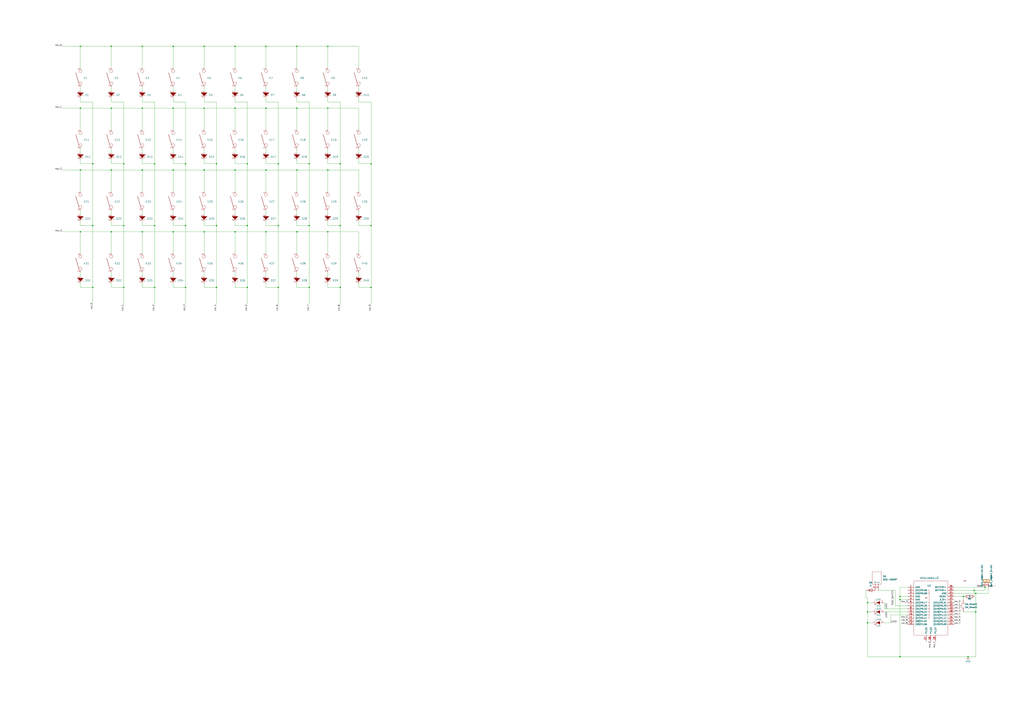
<source format=kicad_sch>
(kicad_sch (version 20211123) (generator eeschema)
  (paper "A1")
  (lib_symbols
    (symbol "B3U-3000P:B3U-3000P" (pin_names (offset 0.762))
      (property "Reference" "S" (at 16.51 7.62 0))
      (property "Value" "B3U-3000P" (at 16.51 5.08 0))
      (symbol "B3U-3000P_0_0"
        (pin passive line (at 0 -2.54 0) (length 5.08) (name "1") (number "1"))
        (pin passive line (at 0 0 0) (length 5.08) (name "2") (number "2"))
      )
      (symbol "B3U-3000P_0_1"
        (polyline (pts (xy 5.08 2.54) (xy 15.24 2.54) (xy 15.24 -5.08) (xy 5.08 -5.08) (xy 5.08 2.54)) (stroke (width 0.1524)))
      )
    )
    (symbol "Connector_Generic:Conn_01x01" (pin_names (offset 1.016) hide)
      (property "Reference" "J" (at 0 2.54 0))
      (property "Value" "Conn_01x01" (at 0 -2.54 0))
      (symbol "Conn_01x01_1_1"
        (rectangle (start -1.27 0.127) (end 0 -0.127) (stroke (width 0.1524)))
        (rectangle (start -1.27 1.27) (end 1.27 -1.27) (stroke (width 0.254)) (fill (type background)))
        (pin passive line (at -5.08 0 0) (length 3.81) (name "Pin_1") (number "1"))
      )
    )
    (symbol "Device:D" (pin_numbers hide) (pin_names (offset 1.016) hide)
      (property "Reference" "D" (at 0 2.54 0))
      (property "Value" "D" (at 0 -2.54 0))
      (symbol "D_0_1"
        (polyline (pts (xy -1.27 1.27) (xy -1.27 -1.27)) (stroke (width 0.254)))
        (polyline (pts (xy 1.27 0) (xy -1.27 0)))
        (polyline (pts (xy 1.27 1.27) (xy 1.27 -1.27) (xy -1.27 0) (xy 1.27 1.27)) (stroke (width 0.254)))
      )
      (symbol "D_1_1"
        (pin passive line (at -3.81 0 0) (length 2.54) (name "K") (number "1"))
        (pin passive line (at 3.81 0 180) (length 2.54) (name "A") (number "2"))
      )
    )
    (symbol "Device:R" (pin_numbers hide) (pin_names (offset 0))
      (property "Reference" "R" (at 2.032 0 90))
      (property "Value" "R" (at 0 0 90))
      (symbol "R_0_1"
        (rectangle (start -1.016 -2.54) (end 1.016 2.54) (stroke (width 0.254)))
      )
      (symbol "R_1_1"
        (pin passive line (at 0 3.81 270) (length 1.27) (name "~") (number "1"))
        (pin passive line (at 0 -3.81 90) (length 1.27) (name "~") (number "2"))
      )
    )
    (symbol "Switch:SW_Push" (pin_numbers hide) (pin_names (offset 1.016) hide)
      (property "Reference" "SW" (at 1.27 2.54 0))
      (property "Value" "SW_Push" (at 0 -1.524 0))
      (symbol "SW_Push_0_1"
        (circle (center -2.032 0) (radius 0.508))
        (polyline (pts (xy 0 1.27) (xy 0 3.048)))
        (polyline (pts (xy 2.54 1.27) (xy -2.54 1.27)))
        (circle (center 2.032 0) (radius 0.508))
        (pin passive line (at -5.08 0 0) (length 2.54) (name "1") (number "1"))
        (pin passive line (at 5.08 0 180) (length 2.54) (name "2") (number "2"))
      )
    )
    (symbol "keyboard_parts:D" (pin_names (offset 1.016))
      (property "Reference" "D" (at -3.81 -1.27 90))
      (symbol "D_0_1"
        (polyline (pts (xy -2.54 0) (xy 2.54 0)))
        (polyline (pts (xy 0 0) (xy -2.54 -2.54) (xy 2.54 -2.54) (xy 0 0)) (fill (type outline)))
      )
      (symbol "D_1_1"
        (pin passive line (at 0 1.27 270) (length 1.27) (name "~") (number "1"))
        (pin passive line (at 0 -3.81 90) (length 1.27) (name "~") (number "2"))
      )
    )
    (symbol "keyboard_parts:KEYSW" (pin_names (offset 1.016))
      (property "Reference" "K?" (at -1.27 0 0))
      (symbol "KEYSW_0_1"
        (circle (center -5.08 0) (radius 1.27))
        (polyline (pts (xy -5.08 1.27) (xy 3.81 3.81)) (stroke (width 0.254)))
        (circle (center 5.08 0) (radius 1.27))
      )
      (symbol "KEYSW_1_1"
        (pin passive line (at 7.62 0 180) (length 1.27) (name "~") (number "1"))
        (pin passive line (at -7.62 0 0) (length 1.27) (name "~") (number "2"))
      )
    )
    (symbol "keyboard_parts:LED" (pin_names (offset 1.016) hide)
      (property "Reference" "LED" (at 0 2.54 0))
      (property "Value" "LED" (at 0 -2.54 0))
      (symbol "LED_0_1"
        (polyline (pts (xy -1.27 1.27) (xy -1.27 -1.27)))
        (polyline (pts (xy -2.032 -0.635) (xy -3.175 -1.651) (xy -3.048 -1.016)))
        (polyline (pts (xy -1.651 -1.016) (xy -2.794 -2.032) (xy -2.667 -1.397)))
        (polyline (pts (xy 1.27 1.27) (xy -1.27 0) (xy 1.27 -1.27)) (fill (type outline)))
      )
      (symbol "LED_1_1"
        (pin passive line (at -5.08 0 0) (length 3.81) (name "K") (number "1"))
        (pin passive line (at 5.08 0 180) (length 3.81) (name "A") (number "2"))
      )
    )
    (symbol "nice_nano_v2:nice_nano_v2" (pin_names (offset 1.016))
      (property "Reference" "U" (at 0 15.24 0))
      (property "Value" "nice_nano_v2" (at 0 21.59 0))
      (symbol "nice_nano_v2_0_0"
        (polyline (pts (xy -1.27 -11.43) (xy 0 -11.43)))
        (polyline (pts (xy -1.27 -8.89) (xy 0 -8.89)))
        (polyline (pts (xy -1.27 -6.35) (xy -1.27 -6.35)))
        (polyline (pts (xy -1.27 -6.35) (xy -1.27 -6.35)))
        (polyline (pts (xy -1.27 -6.35) (xy -1.27 -6.35)))
        (polyline (pts (xy -1.27 -6.35) (xy 0 -6.35)))
        (polyline (pts (xy -1.27 -3.81) (xy 0 -3.81)))
        (polyline (pts (xy -1.27 -1.27) (xy 0 -1.27)))
        (polyline (pts (xy -1.27 1.27) (xy 0 1.27)))
        (polyline (pts (xy -1.27 8.89) (xy -1.27 8.89)))
        (polyline (pts (xy -1.27 11.43) (xy 0 11.43)))
        (polyline (pts (xy 0 -11.43) (xy 0 -11.43)))
        (polyline (pts (xy 0 -6.35) (xy 0 -6.35)))
        (polyline (pts (xy 0 -6.35) (xy 0 -6.35)))
        (polyline (pts (xy 0 8.89) (xy -1.27 8.89)))
        (polyline (pts (xy 0 8.89) (xy 0 8.89)))
        (polyline (pts (xy 0 8.89) (xy 0 8.89)))
        (polyline (pts (xy 0 11.43) (xy 0 -11.43)))
        (text "HF" (at -2.54 5.08 0) (effects (font (size 1.27 1.27))))
        (text "HF" (at 29.21 19.05 0) (effects (font (size 1.27 1.27))))
      )
      (symbol "nice_nano_v2_0_1"
        (rectangle (start -12.7 19.05) (end 15.24 -25.4))
      )
      (symbol "nice_nano_v2_1_1"
        (pin passive line (at -17.78 13.97 0) (length 5.08) (name "GND") (number "1"))
        (pin bidirectional line (at -17.78 -8.89 0) (length 5.08) (name "(D6)P1.00") (number "10"))
        (pin bidirectional line (at -17.78 -11.43 0) (length 5.08) (name "(D7)P0.11") (number "11"))
        (pin bidirectional line (at -17.78 -13.97 0) (length 5.08) (name "(D8)P1.04") (number "12"))
        (pin bidirectional line (at -17.78 -16.51 0) (length 5.08) (name "(D9)P1.06") (number "13"))
        (pin bidirectional line (at 20.32 -16.51 180) (length 5.08) (name "(D10)P0.09") (number "14"))
        (pin bidirectional line (at 20.32 -13.97 180) (length 5.08) (name "(D16)P0.10") (number "15"))
        (pin bidirectional line (at 20.32 -11.43 180) (length 5.08) (name "(D14)P1.11") (number "16"))
        (pin bidirectional line (at 20.32 -8.89 180) (length 5.08) (name "(D15)P1.13") (number "17"))
        (pin bidirectional line (at 20.32 -6.35 180) (length 5.08) (name "(D18)P1.15") (number "18"))
        (pin bidirectional line (at 20.32 -3.81 180) (length 5.08) (name "(D19)P0.02") (number "19"))
        (pin bidirectional line (at -17.78 11.43 0) (length 5.08) (name "(D1)P0.06") (number "2"))
        (pin bidirectional line (at 20.32 -1.27 180) (length 5.08) (name "(D20)P0.29") (number "20"))
        (pin bidirectional line (at 20.32 1.27 180) (length 5.08) (name "(D21)P0.31") (number "21"))
        (pin power_out line (at 20.32 3.81 180) (length 5.08) (name "3.3V+") (number "22"))
        (pin input line (at 20.32 6.35 180) (length 5.08) (name "RESET") (number "23"))
        (pin passive line (at 20.32 8.89 180) (length 5.08) (name "GND") (number "24"))
        (pin power_in line (at 20.32 11.43 180) (length 5.08) (name "BATTERY+") (number "25"))
        (pin power_in line (at 20.32 13.97 180) (length 5.08) (name "BATTERY+") (number "26"))
        (pin input line (at -2.54 -30.48 90) (length 5.08) (name "P1.01") (number "27"))
        (pin input line (at 1.27 -30.48 90) (length 5.08) (name "P1.02") (number "28"))
        (pin input line (at 5.08 -30.48 90) (length 5.08) (name "P1.07") (number "29"))
        (pin bidirectional line (at -17.78 8.89 0) (length 5.08) (name "(D0)P0.08") (number "3"))
        (pin passive line (at -17.78 6.35 0) (length 5.08) (name "GND") (number "4"))
        (pin passive line (at -17.78 3.81 0) (length 5.08) (name "GND") (number "5"))
        (pin bidirectional line (at -17.78 1.27 0) (length 5.08) (name "(D2)P0.17") (number "6"))
        (pin bidirectional line (at -17.78 -1.27 0) (length 5.08) (name "(D3)P0.20") (number "7"))
        (pin bidirectional line (at -17.78 -3.81 0) (length 5.08) (name "(D4)P0.22") (number "8"))
        (pin bidirectional line (at -17.78 -6.35 0) (length 5.08) (name "(D5)P0.24") (number "9"))
      )
    )
    (symbol "power:GND" (power) (pin_names (offset 0))
      (property "Value" "GND" (at 0 -3.81 0))
      (symbol "GND_0_1"
        (polyline (pts (xy 0 0) (xy 0 -1.27) (xy 1.27 -1.27) (xy 0 -2.54) (xy -1.27 -1.27) (xy 0 -1.27)))
      )
      (symbol "GND_1_1"
        (pin power_in line (at 0 0 270) (length 0) hide (name "GND") (number "1"))
      )
    )
  )
  (junction (at 152.4 236.22))
  (junction (at 127 134.62))
  (junction (at 712.47 511.81))
  (junction (at 142.24 190.5))
  (junction (at 304.8 236.22))
  (junction (at 279.4 134.62))
  (junction (at 127 236.22))
  (junction (at 228.6 134.62))
  (junction (at 243.84 38.1))
  (junction (at 203.2 134.62))
  (junction (at 269.24 190.5))
  (junction (at 218.44 139.7))
  (junction (at 101.6 185.42))
  (junction (at 269.24 38.1))
  (junction (at 269.24 139.7))
  (junction (at 66.04 139.7))
  (junction (at 152.4 134.62))
  (junction (at 218.44 88.9))
  (junction (at 66.04 38.1))
  (junction (at 193.04 139.7))
  (junction (at 116.84 190.5))
  (junction (at 801.37 487.68))
  (junction (at 152.4 185.42))
  (junction (at 76.2 236.22))
  (junction (at 127 185.42))
  (junction (at 167.64 38.1))
  (junction (at 142.24 38.1))
  (junction (at 91.44 88.9))
  (junction (at 228.6 236.22))
  (junction (at 795.02 539.75))
  (junction (at 304.8 134.62))
  (junction (at 739.14 539.75))
  (junction (at 218.44 190.5))
  (junction (at 91.44 190.5))
  (junction (at 116.84 38.1))
  (junction (at 167.64 190.5))
  (junction (at 76.2 134.62))
  (junction (at 243.84 88.9))
  (junction (at 304.8 185.42))
  (junction (at 218.44 38.1))
  (junction (at 791.21 490.22))
  (junction (at 91.44 139.7))
  (junction (at 800.1 485.14))
  (junction (at 279.4 236.22))
  (junction (at 254 134.62))
  (junction (at 167.64 139.7))
  (junction (at 254 185.42))
  (junction (at 193.04 38.1))
  (junction (at 712.47 495.3))
  (junction (at 712.47 502.92))
  (junction (at 101.6 134.62))
  (junction (at 91.44 38.1))
  (junction (at 177.8 185.42))
  (junction (at 228.6 185.42))
  (junction (at 254 236.22))
  (junction (at 142.24 139.7))
  (junction (at 739.14 492.76))
  (junction (at 193.04 190.5))
  (junction (at 116.84 88.9))
  (junction (at 801.37 502.92))
  (junction (at 269.24 88.9))
  (junction (at 142.24 88.9))
  (junction (at 116.84 139.7))
  (junction (at 66.04 88.9))
  (junction (at 243.84 190.5))
  (junction (at 193.04 88.9))
  (junction (at 243.84 139.7))
  (junction (at 808.99 482.6))
  (junction (at 203.2 236.22))
  (junction (at 177.8 134.62))
  (junction (at 66.04 190.5))
  (junction (at 177.8 236.22))
  (junction (at 167.64 88.9))
  (junction (at 101.6 236.22))
  (junction (at 739.14 490.22))
  (junction (at 279.4 185.42))
  (junction (at 203.2 185.42))
  (junction (at 76.2 185.42))
  (wire (pts (xy 726.44 502.92) (xy 745.49 502.92)))
  (wire (pts (xy 167.64 190.5) (xy 167.64 208.28)))
  (wire (pts (xy 712.47 495.3) (xy 716.28 495.3)))
  (wire (pts (xy 739.14 492.76) (xy 739.14 539.75)))
  (wire (pts (xy 127 236.22) (xy 127 250.19)))
  (wire (pts (xy 279.4 185.42) (xy 279.4 236.22)))
  (wire (pts (xy 783.59 482.6) (xy 808.99 482.6)))
  (wire (pts (xy 152.4 236.22) (xy 152.4 250.19)))
  (wire (pts (xy 735.33 485.14) (xy 735.33 497.84)))
  (wire (pts (xy 142.24 223.52) (xy 142.24 227.33)))
  (wire (pts (xy 269.24 121.92) (xy 269.24 125.73)))
  (wire (pts (xy 116.84 121.92) (xy 116.84 125.73)))
  (wire (pts (xy 193.04 88.9) (xy 193.04 106.68)))
  (wire (pts (xy 193.04 190.5) (xy 193.04 208.28)))
  (wire (pts (xy 193.04 80.01) (xy 193.04 83.82)))
  (wire (pts (xy 269.24 134.62) (xy 279.4 134.62)))
  (wire (pts (xy 116.84 71.12) (xy 116.84 74.93)))
  (wire (pts (xy 142.24 80.01) (xy 142.24 83.82)))
  (wire (pts (xy 228.6 134.62) (xy 228.6 185.42)))
  (wire (pts (xy 142.24 38.1) (xy 167.64 38.1)))
  (wire (pts (xy 279.4 134.62) (xy 279.4 185.42)))
  (wire (pts (xy 712.47 491.49) (xy 712.47 495.3)))
  (wire (pts (xy 116.84 190.5) (xy 142.24 190.5)))
  (wire (pts (xy 808.99 482.6) (xy 808.99 485.14)))
  (wire (pts (xy 726.44 511.81) (xy 731.52 511.81)))
  (wire (pts (xy 167.64 223.52) (xy 167.64 227.33)))
  (wire (pts (xy 243.84 190.5) (xy 243.84 208.28)))
  (wire (pts (xy 228.6 236.22) (xy 228.6 250.19)))
  (wire (pts (xy 243.84 172.72) (xy 243.84 176.53)))
  (wire (pts (xy 243.84 134.62) (xy 254 134.62)))
  (wire (pts (xy 294.64 181.61) (xy 294.64 185.42)))
  (wire (pts (xy 66.04 139.7) (xy 91.44 139.7)))
  (wire (pts (xy 279.4 83.82) (xy 279.4 134.62)))
  (wire (pts (xy 294.64 38.1) (xy 294.64 55.88)))
  (wire (pts (xy 218.44 190.5) (xy 243.84 190.5)))
  (wire (pts (xy 193.04 130.81) (xy 193.04 134.62)))
  (wire (pts (xy 294.64 232.41) (xy 294.64 236.22)))
  (wire (pts (xy 142.24 139.7) (xy 142.24 157.48)))
  (wire (pts (xy 783.59 487.68) (xy 801.37 487.68)))
  (wire (pts (xy 177.8 185.42) (xy 177.8 236.22)))
  (wire (pts (xy 152.4 185.42) (xy 152.4 236.22)))
  (wire (pts (xy 791.21 490.22) (xy 792.48 490.22)))
  (wire (pts (xy 294.64 236.22) (xy 304.8 236.22)))
  (wire (pts (xy 167.64 185.42) (xy 177.8 185.42)))
  (wire (pts (xy 193.04 190.5) (xy 218.44 190.5)))
  (wire (pts (xy 294.64 83.82) (xy 304.8 83.82)))
  (wire (pts (xy 269.24 181.61) (xy 269.24 185.42)))
  (wire (pts (xy 101.6 185.42) (xy 101.6 236.22)))
  (wire (pts (xy 218.44 71.12) (xy 218.44 74.93)))
  (wire (pts (xy 218.44 83.82) (xy 228.6 83.82)))
  (wire (pts (xy 116.84 83.82) (xy 127 83.82)))
  (wire (pts (xy 142.24 88.9) (xy 167.64 88.9)))
  (wire (pts (xy 91.44 121.92) (xy 91.44 125.73)))
  (wire (pts (xy 783.59 490.22) (xy 791.21 490.22)))
  (wire (pts (xy 142.24 232.41) (xy 142.24 236.22)))
  (wire (pts (xy 66.04 190.5) (xy 91.44 190.5)))
  (wire (pts (xy 167.64 190.5) (xy 193.04 190.5)))
  (wire (pts (xy 218.44 139.7) (xy 243.84 139.7)))
  (wire (pts (xy 218.44 223.52) (xy 218.44 227.33)))
  (wire (pts (xy 294.64 139.7) (xy 294.64 157.48)))
  (wire (pts (xy 167.64 134.62) (xy 177.8 134.62)))
  (wire (pts (xy 193.04 139.7) (xy 193.04 157.48)))
  (wire (pts (xy 91.44 71.12) (xy 91.44 74.93)))
  (wire (pts (xy 193.04 181.61) (xy 193.04 185.42)))
  (wire (pts (xy 218.44 121.92) (xy 218.44 125.73)))
  (wire (pts (xy 91.44 232.41) (xy 91.44 236.22)))
  (wire (pts (xy 243.84 232.41) (xy 243.84 236.22)))
  (wire (pts (xy 269.24 190.5) (xy 294.64 190.5)))
  (wire (pts (xy 142.24 83.82) (xy 152.4 83.82)))
  (wire (pts (xy 218.44 134.62) (xy 228.6 134.62)))
  (wire (pts (xy 269.24 139.7) (xy 269.24 157.48)))
  (wire (pts (xy 712.47 502.92) (xy 716.28 502.92)))
  (wire (pts (xy 116.84 236.22) (xy 127 236.22)))
  (wire (pts (xy 167.64 236.22) (xy 177.8 236.22)))
  (wire (pts (xy 116.84 38.1) (xy 142.24 38.1)))
  (wire (pts (xy 91.44 181.61) (xy 91.44 185.42)))
  (wire (pts (xy 218.44 190.5) (xy 218.44 208.28)))
  (wire (pts (xy 142.24 172.72) (xy 142.24 176.53)))
  (wire (pts (xy 712.47 539.75) (xy 739.14 539.75)))
  (wire (pts (xy 167.64 139.7) (xy 193.04 139.7)))
  (wire (pts (xy 193.04 223.52) (xy 193.04 227.33)))
  (wire (pts (xy 243.84 71.12) (xy 243.84 74.93)))
  (wire (pts (xy 91.44 134.62) (xy 101.6 134.62)))
  (wire (pts (xy 142.24 38.1) (xy 142.24 55.88)))
  (wire (pts (xy 254 185.42) (xy 254 236.22)))
  (wire (pts (xy 142.24 71.12) (xy 142.24 74.93)))
  (wire (pts (xy 193.04 88.9) (xy 218.44 88.9)))
  (wire (pts (xy 91.44 38.1) (xy 91.44 55.88)))
  (wire (pts (xy 193.04 38.1) (xy 193.04 55.88)))
  (wire (pts (xy 193.04 121.92) (xy 193.04 125.73)))
  (wire (pts (xy 269.24 236.22) (xy 279.4 236.22)))
  (wire (pts (xy 116.84 190.5) (xy 116.84 208.28)))
  (wire (pts (xy 218.44 80.01) (xy 218.44 83.82)))
  (wire (pts (xy 218.44 185.42) (xy 228.6 185.42)))
  (wire (pts (xy 193.04 232.41) (xy 193.04 236.22)))
  (wire (pts (xy 203.2 134.62) (xy 203.2 185.42)))
  (wire (pts (xy 243.84 223.52) (xy 243.84 227.33)))
  (wire (pts (xy 167.64 83.82) (xy 177.8 83.82)))
  (wire (pts (xy 66.04 121.92) (xy 66.04 125.73)))
  (wire (pts (xy 91.44 83.82) (xy 101.6 83.82)))
  (wire (pts (xy 50.8 190.5) (xy 66.04 190.5)))
  (wire (pts (xy 116.84 80.01) (xy 116.84 83.82)))
  (wire (pts (xy 101.6 236.22) (xy 101.6 250.19)))
  (wire (pts (xy 116.84 139.7) (xy 116.84 157.48)))
  (wire (pts (xy 811.53 487.68) (xy 811.53 482.6)))
  (wire (pts (xy 66.04 190.5) (xy 66.04 208.28)))
  (wire (pts (xy 228.6 185.42) (xy 228.6 236.22)))
  (wire (pts (xy 167.64 38.1) (xy 167.64 55.88)))
  (wire (pts (xy 294.64 130.81) (xy 294.64 134.62)))
  (wire (pts (xy 76.2 185.42) (xy 76.2 236.22)))
  (wire (pts (xy 254 134.62) (xy 254 185.42)))
  (wire (pts (xy 193.04 185.42) (xy 203.2 185.42)))
  (wire (pts (xy 91.44 223.52) (xy 91.44 227.33)))
  (wire (pts (xy 91.44 190.5) (xy 116.84 190.5)))
  (wire (pts (xy 739.14 539.75) (xy 795.02 539.75)))
  (wire (pts (xy 142.24 236.22) (xy 152.4 236.22)))
  (wire (pts (xy 167.64 139.7) (xy 167.64 157.48)))
  (wire (pts (xy 167.64 232.41) (xy 167.64 236.22)))
  (wire (pts (xy 218.44 88.9) (xy 218.44 106.68)))
  (wire (pts (xy 142.24 121.92) (xy 142.24 125.73)))
  (wire (pts (xy 218.44 139.7) (xy 218.44 157.48)))
  (wire (pts (xy 177.8 134.62) (xy 177.8 185.42)))
  (wire (pts (xy 711.2 485.14) (xy 711.2 491.49)))
  (wire (pts (xy 269.24 38.1) (xy 294.64 38.1)))
  (wire (pts (xy 243.84 121.92) (xy 243.84 125.73)))
  (wire (pts (xy 269.24 88.9) (xy 294.64 88.9)))
  (wire (pts (xy 66.04 236.22) (xy 76.2 236.22)))
  (wire (pts (xy 91.44 130.81) (xy 91.44 134.62)))
  (wire (pts (xy 66.04 223.52) (xy 66.04 227.33)))
  (wire (pts (xy 91.44 139.7) (xy 116.84 139.7)))
  (wire (pts (xy 228.6 83.82) (xy 228.6 134.62)))
  (wire (pts (xy 218.44 181.61) (xy 218.44 185.42)))
  (wire (pts (xy 243.84 139.7) (xy 269.24 139.7)))
  (wire (pts (xy 116.84 185.42) (xy 127 185.42)))
  (wire (pts (xy 294.64 71.12) (xy 294.64 74.93)))
  (wire (pts (xy 91.44 88.9) (xy 116.84 88.9)))
  (wire (pts (xy 218.44 38.1) (xy 218.44 55.88)))
  (wire (pts (xy 243.84 83.82) (xy 254 83.82)))
  (wire (pts (xy 66.04 88.9) (xy 66.04 106.68)))
  (wire (pts (xy 243.84 38.1) (xy 243.84 55.88)))
  (wire (pts (xy 142.24 130.81) (xy 142.24 134.62)))
  (wire (pts (xy 193.04 139.7) (xy 218.44 139.7)))
  (wire (pts (xy 167.64 80.01) (xy 167.64 83.82)))
  (wire (pts (xy 167.64 71.12) (xy 167.64 74.93)))
  (wire (pts (xy 243.84 190.5) (xy 269.24 190.5)))
  (wire (pts (xy 66.04 181.61) (xy 66.04 185.42)))
  (wire (pts (xy 712.47 495.3) (xy 712.47 502.92)))
  (wire (pts (xy 203.2 236.22) (xy 203.2 250.19)))
  (wire (pts (xy 167.64 88.9) (xy 167.64 106.68)))
  (wire (pts (xy 66.04 134.62) (xy 76.2 134.62)))
  (wire (pts (xy 101.6 83.82) (xy 101.6 134.62)))
  (wire (pts (xy 66.04 80.01) (xy 66.04 83.82)))
  (wire (pts (xy 791.21 490.22) (xy 791.21 492.76)))
  (wire (pts (xy 712.47 511.81) (xy 712.47 539.75)))
  (wire (pts (xy 66.04 83.82) (xy 76.2 83.82)))
  (wire (pts (xy 193.04 134.62) (xy 203.2 134.62)))
  (wire (pts (xy 243.84 185.42) (xy 254 185.42)))
  (wire (pts (xy 66.04 38.1) (xy 91.44 38.1)))
  (wire (pts (xy 142.24 181.61) (xy 142.24 185.42)))
  (wire (pts (xy 294.64 185.42) (xy 304.8 185.42)))
  (wire (pts (xy 91.44 80.01) (xy 91.44 83.82)))
  (wire (pts (xy 218.44 172.72) (xy 218.44 176.53)))
  (wire (pts (xy 269.24 38.1) (xy 269.24 55.88)))
  (wire (pts (xy 254 236.22) (xy 254 250.19)))
  (wire (pts (xy 127 83.82) (xy 127 134.62)))
  (wire (pts (xy 203.2 185.42) (xy 203.2 236.22)))
  (wire (pts (xy 243.84 181.61) (xy 243.84 185.42)))
  (wire (pts (xy 294.64 190.5) (xy 294.64 208.28)))
  (wire (pts (xy 167.64 130.81) (xy 167.64 134.62)))
  (wire (pts (xy 269.24 130.81) (xy 269.24 134.62)))
  (wire (pts (xy 243.84 139.7) (xy 243.84 157.48)))
  (wire (pts (xy 218.44 130.81) (xy 218.44 134.62)))
  (wire (pts (xy 50.8 88.9) (xy 66.04 88.9)))
  (wire (pts (xy 116.84 130.81) (xy 116.84 134.62)))
  (wire (pts (xy 801.37 539.75) (xy 795.02 539.75)))
  (wire (pts (xy 101.6 134.62) (xy 101.6 185.42)))
  (wire (pts (xy 193.04 38.1) (xy 218.44 38.1)))
  (wire (pts (xy 304.8 185.42) (xy 304.8 236.22)))
  (wire (pts (xy 167.64 38.1) (xy 193.04 38.1)))
  (wire (pts (xy 116.84 139.7) (xy 142.24 139.7)))
  (wire (pts (xy 91.44 236.22) (xy 101.6 236.22)))
  (wire (pts (xy 218.44 232.41) (xy 218.44 236.22)))
  (wire (pts (xy 152.4 134.62) (xy 152.4 185.42)))
  (wire (pts (xy 269.24 88.9) (xy 269.24 106.68)))
  (wire (pts (xy 50.8 139.7) (xy 66.04 139.7)))
  (wire (pts (xy 66.04 232.41) (xy 66.04 236.22)))
  (wire (pts (xy 294.64 134.62) (xy 304.8 134.62)))
  (wire (pts (xy 66.04 38.1) (xy 66.04 55.88)))
  (wire (pts (xy 116.84 172.72) (xy 116.84 176.53)))
  (wire (pts (xy 116.84 88.9) (xy 142.24 88.9)))
  (wire (pts (xy 721.36 485.14) (xy 735.33 485.14)))
  (wire (pts (xy 783.59 485.14) (xy 800.1 485.14)))
  (wire (pts (xy 116.84 223.52) (xy 116.84 227.33)))
  (wire (pts (xy 735.33 497.84) (xy 745.49 497.84)))
  (wire (pts (xy 791.21 502.92) (xy 801.37 502.92)))
  (wire (pts (xy 66.04 130.81) (xy 66.04 134.62)))
  (wire (pts (xy 712.47 511.81) (xy 716.28 511.81)))
  (wire (pts (xy 142.24 190.5) (xy 167.64 190.5)))
  (wire (pts (xy 66.04 139.7) (xy 66.04 157.48)))
  (wire (pts (xy 66.04 172.72) (xy 66.04 176.53)))
  (wire (pts (xy 167.64 172.72) (xy 167.64 176.53)))
  (wire (pts (xy 66.04 88.9) (xy 91.44 88.9)))
  (wire (pts (xy 711.2 491.49) (xy 712.47 491.49)))
  (wire (pts (xy 269.24 172.72) (xy 269.24 176.53)))
  (wire (pts (xy 304.8 83.82) (xy 304.8 134.62)))
  (wire (pts (xy 76.2 236.22) (xy 76.2 248.92)))
  (wire (pts (xy 294.64 172.72) (xy 294.64 176.53)))
  (wire (pts (xy 269.24 83.82) (xy 279.4 83.82)))
  (wire (pts (xy 294.64 121.92) (xy 294.64 125.73)))
  (wire (pts (xy 142.24 88.9) (xy 142.24 106.68)))
  (wire (pts (xy 745.49 505.46) (xy 731.52 505.46)))
  (wire (pts (xy 142.24 134.62) (xy 152.4 134.62)))
  (wire (pts (xy 142.24 185.42) (xy 152.4 185.42)))
  (wire (pts (xy 127 134.62) (xy 127 185.42)))
  (wire (pts (xy 294.64 88.9) (xy 294.64 106.68)))
  (wire (pts (xy 167.64 121.92) (xy 167.64 125.73)))
  (wire (pts (xy 193.04 236.22) (xy 203.2 236.22)))
  (wire (pts (xy 91.44 190.5) (xy 91.44 208.28)))
  (wire (pts (xy 801.37 502.92) (xy 801.37 539.75)))
  (wire (pts (xy 91.44 88.9) (xy 91.44 106.68)))
  (wire (pts (xy 91.44 139.7) (xy 91.44 157.48)))
  (wire (pts (xy 116.84 181.61) (xy 116.84 185.42)))
  (wire (pts (xy 76.2 83.82) (xy 76.2 134.62)))
  (wire (pts (xy 801.37 487.68) (xy 811.53 487.68)))
  (wire (pts (xy 66.04 71.12) (xy 66.04 74.93)))
  (wire (pts (xy 243.84 88.9) (xy 243.84 106.68)))
  (wire (pts (xy 50.8 38.1) (xy 66.04 38.1)))
  (wire (pts (xy 116.84 232.41) (xy 116.84 236.22)))
  (wire (pts (xy 243.84 130.81) (xy 243.84 134.62)))
  (wire (pts (xy 203.2 83.82) (xy 203.2 134.62)))
  (wire (pts (xy 116.84 38.1) (xy 116.84 55.88)))
  (wire (pts (xy 243.84 38.1) (xy 269.24 38.1)))
  (wire (pts (xy 152.4 83.82) (xy 152.4 134.62)))
  (wire (pts (xy 193.04 83.82) (xy 203.2 83.82)))
  (wire (pts (xy 167.64 181.61) (xy 167.64 185.42)))
  (wire (pts (xy 116.84 88.9) (xy 116.84 106.68)))
  (wire (pts (xy 800.1 485.14) (xy 800.1 490.22)))
  (wire (pts (xy 218.44 38.1) (xy 243.84 38.1)))
  (wire (pts (xy 243.84 236.22) (xy 254 236.22)))
  (wire (pts (xy 218.44 88.9) (xy 243.84 88.9)))
  (wire (pts (xy 712.47 502.92) (xy 712.47 511.81)))
  (wire (pts (xy 269.24 71.12) (xy 269.24 74.93)))
  (wire (pts (xy 304.8 134.62) (xy 304.8 185.42)))
  (wire (pts (xy 745.49 482.6) (xy 739.14 482.6)))
  (wire (pts (xy 142.24 190.5) (xy 142.24 208.28)))
  (wire (pts (xy 76.2 134.62) (xy 76.2 185.42)))
  (wire (pts (xy 177.8 83.82) (xy 177.8 134.62)))
  (wire (pts (xy 254 83.82) (xy 254 134.62)))
  (wire (pts (xy 726.44 500.38) (xy 745.49 500.38)))
  (wire (pts (xy 243.84 80.01) (xy 243.84 83.82)))
  (wire (pts (xy 91.44 185.42) (xy 101.6 185.42)))
  (wire (pts (xy 269.24 223.52) (xy 269.24 227.33)))
  (wire (pts (xy 127 185.42) (xy 127 236.22)))
  (wire (pts (xy 279.4 236.22) (xy 279.4 250.19)))
  (wire (pts (xy 801.37 487.68) (xy 801.37 502.92)))
  (wire (pts (xy 177.8 236.22) (xy 177.8 250.19)))
  (wire (pts (xy 193.04 172.72) (xy 193.04 176.53)))
  (wire (pts (xy 739.14 490.22) (xy 745.49 490.22)))
  (wire (pts (xy 66.04 185.42) (xy 76.2 185.42)))
  (wire (pts (xy 739.14 482.6) (xy 739.14 490.22)))
  (wire (pts (xy 739.14 492.76) (xy 739.14 490.22)))
  (wire (pts (xy 91.44 172.72) (xy 91.44 176.53)))
  (wire (pts (xy 294.64 223.52) (xy 294.64 227.33)))
  (wire (pts (xy 243.84 88.9) (xy 269.24 88.9)))
  (wire (pts (xy 731.52 505.46) (xy 731.52 511.81)))
  (wire (pts (xy 745.49 492.76) (xy 739.14 492.76)))
  (wire (pts (xy 167.64 88.9) (xy 193.04 88.9)))
  (wire (pts (xy 269.24 232.41) (xy 269.24 236.22)))
  (wire (pts (xy 269.24 190.5) (xy 269.24 208.28)))
  (wire (pts (xy 726.44 495.3) (xy 726.44 500.38)))
  (wire (pts (xy 294.64 80.01) (xy 294.64 83.82)))
  (wire (pts (xy 304.8 236.22) (xy 304.8 250.19)))
  (wire (pts (xy 91.44 38.1) (xy 116.84 38.1)))
  (wire (pts (xy 193.04 71.12) (xy 193.04 74.93)))
  (wire (pts (xy 808.99 485.14) (xy 800.1 485.14)))
  (wire (pts (xy 269.24 185.42) (xy 279.4 185.42)))
  (wire (pts (xy 269.24 80.01) (xy 269.24 83.82)))
  (wire (pts (xy 218.44 236.22) (xy 228.6 236.22)))
  (wire (pts (xy 142.24 139.7) (xy 167.64 139.7)))
  (wire (pts (xy 116.84 134.62) (xy 127 134.62)))
  (wire (pts (xy 269.24 139.7) (xy 294.64 139.7)))
  (label "row_1" (at 768.35 527.05 270))
  (label "row_3" (at 50.8 190.5 180))
  (label "row_3" (at 745.49 495.3 180))
  (label "LED3" (at 731.52 511.81 0))
  (label "col_2" (at 783.59 500.38 0))
  (label "col_2" (at 127 250.19 270))
  (label "row_0" (at 50.8 38.1 180))
  (label "col_8" (at 279.4 250.19 270))
  (label "col_9" (at 745.49 510.54 180))
  (label "col_7" (at 254 250.19 270))
  (label "row_2" (at 50.8 139.7 180))
  (label "col_4" (at 783.59 505.46 0))
  (label "col_1" (at 101.6 250.19 270))
  (label "row_1" (at 50.8 88.9 180))
  (label "row_0" (at 764.54 527.05 270))
  (label "col_4" (at 177.8 250.19 270))
  (label "col_8" (at 745.49 513.08 180))
  (label "col_5" (at 203.2 250.19 270))
  (label "col_0" (at 783.59 495.3 0))
  (label "col_5" (at 783.59 508 0))
  (label "col_1" (at 783.59 497.84 0))
  (label "Batt -" (at 811.53 482.6 0))
  (label "col_9" (at 304.8 250.19 270))
  (label "col_3" (at 783.59 502.92 0))
  (label "col_6" (at 783.59 510.54 0))
  (label "LED2" (at 728.98 502.92 270))
  (label "Batt +" (at 808.99 482.6 180))
  (label "col_7" (at 783.59 513.08 0))
  (label "col_6" (at 228.6 250.19 270))
  (label "col_3" (at 152.4 250.19 270))
  (label "LED1" (at 728.98 500.38 90))
  (label "row_2" (at 745.49 508 180))
  (label "SIDE_SWITCH" (at 734.06 485.14 270))
  (label "col_0" (at 76.2 248.92 270))
  (symbol (lib_id "keyboard_parts:D") (at 167.64 231.14 180) (unit 1)
    (property "Reference" "D35" (at 171.45 230.505 0) (effects (font (size 1.524 1.524)) (justify right)))
    (property "Value" "D" (effects hide))
    (property "Footprint" "Diode_SMD:D_0805_2012Metric" (effects hide))
  )
  (symbol (lib_id "keyboard_parts:KEYSW") (at 91.44 63.5 90) (unit 1)
    (property "Reference" "K2" (at 93.98 64.135 90) (effects (font (size 1.524 1.524)) (justify right)))
    (property "Value" "KEYSW" (effects hide))
    (property "Footprint" "Az-custom-parts:Kailh-PG1350-1u-NoLED-NoClickhole-Smol" (effects hide))
  )
  (symbol (lib_id "keyboard_parts:D") (at 269.24 180.34 180) (unit 1)
    (property "Reference" "D29" (at 273.05 179.705 0) (effects (font (size 1.524 1.524)) (justify right)))
    (property "Value" "D" (effects hide))
    (property "Footprint" "Diode_SMD:D_0805_2012Metric" (effects hide))
  )
  (symbol (lib_id "keyboard_parts:KEYSW") (at 218.44 114.3 90) (unit 1)
    (property "Reference" "K17" (at 220.98 114.935 90) (effects (font (size 1.524 1.524)) (justify right)))
    (property "Value" "KEYSW" (effects hide))
    (property "Footprint" "Az-custom-parts:Kailh-PG1350-1u-NoLED-NoClickhole-Smol" (effects hide))
  )
  (symbol (lib_id "keyboard_parts:KEYSW") (at 142.24 114.3 90) (unit 1)
    (property "Reference" "K14" (at 144.78 114.935 90) (effects (font (size 1.524 1.524)) (justify right)))
    (property "Value" "KEYSW" (effects hide))
    (property "Footprint" "Az-custom-parts:Kailh-PG1350-1u-NoLED-NoClickhole-Smol" (effects hide))
  )
  (symbol (lib_id "keyboard_parts:LED") (at 721.36 495.3 0) (unit 1)
    (property "Reference" "LED1" (at 721.36 492.76 0))
    (property "Value" "LED" (at 721.36 497.84 0))
    (property "Footprint" "LED_SMD:LED_0805_2012Metric" (effects hide))
  )
  (symbol (lib_id "keyboard_parts:D") (at 243.84 180.34 180) (unit 1)
    (property "Reference" "D28" (at 247.65 179.705 0) (effects (font (size 1.524 1.524)) (justify right)))
    (property "Value" "D" (effects hide))
    (property "Footprint" "Diode_SMD:D_0805_2012Metric" (effects hide))
  )
  (symbol (lib_id "keyboard_parts:KEYSW") (at 142.24 63.5 90) (unit 1)
    (property "Reference" "K4" (at 144.78 64.135 90) (effects (font (size 1.524 1.524)) (justify right)))
    (property "Value" "KEYSW" (effects hide))
    (property "Footprint" "Az-custom-parts:Kailh-PG1350-1u-NoLED-NoClickhole-Smol" (effects hide))
  )
  (symbol (lib_id "keyboard_parts:KEYSW") (at 193.04 114.3 90) (unit 1)
    (property "Reference" "K16" (at 195.58 114.935 90) (effects (font (size 1.524 1.524)) (justify right)))
    (property "Value" "KEYSW" (effects hide))
    (property "Footprint" "Az-custom-parts:Kailh-PG1350-1u-NoLED-NoClickhole-Smol" (effects hide))
  )
  (symbol (lib_id "Connector_Generic:Conn_01x01") (at 811.53 477.52 90) (unit 1)
    (property "Reference" "Batt_neg1" (at 814.07 477.52 0))
    (property "Value" "Conn_01x01" (at 814.07 469.9 0))
    (property "Footprint" "Connector_Wire:SolderWire-0.1sqmm_1x01_D0.4mm_OD1mm" (effects hide))
  )
  (symbol (lib_id "keyboard_parts:D") (at 66.04 180.34 180) (unit 1)
    (property "Reference" "D21" (at 69.85 179.705 0) (effects (font (size 1.524 1.524)) (justify right)))
    (property "Value" "D" (effects hide))
    (property "Footprint" "Diode_SMD:D_0805_2012Metric" (effects hide))
  )
  (symbol (lib_id "keyboard_parts:KEYSW") (at 116.84 63.5 90) (unit 1)
    (property "Reference" "K3" (at 119.38 64.135 90) (effects (font (size 1.524 1.524)) (justify right)))
    (property "Value" "KEYSW" (effects hide))
    (property "Footprint" "Az-custom-parts:Kailh-PG1350-1u-NoLED-NoClickhole-Smol" (effects hide))
  )
  (symbol (lib_id "keyboard_parts:KEYSW") (at 91.44 215.9 90) (unit 1)
    (property "Reference" "K32" (at 93.98 216.535 90) (effects (font (size 1.524 1.524)) (justify right)))
    (property "Value" "KEYSW" (effects hide))
    (property "Footprint" "Az-custom-parts:Kailh-PG1350-1u-NoLED-NoClickhole-Smol" (effects hide))
  )
  (symbol (lib_id "keyboard_parts:KEYSW") (at 294.64 215.9 90) (unit 1)
    (property "Reference" "K40" (at 297.18 216.535 90) (effects (font (size 1.524 1.524)) (justify right)))
    (property "Value" "KEYSW" (effects hide))
    (property "Footprint" "Az-custom-parts:Kailh-PG1350-1u-NoLED-NoClickhole-Smol" (effects hide))
  )
  (symbol (lib_id "Switch:SW_Push") (at 791.21 497.84 90) (unit 1)
    (property "Reference" "SW_Reset1" (at 792.48 496.5699 90) (effects (justify right)))
    (property "Value" "SW_Reset1" (at 792.48 499.1099 90) (effects (justify right)))
    (property "Footprint" "Jumper:SolderJumper-2_P1.3mm_Open_Pad1.0x1.5mm" (effects hide))
  )
  (symbol (lib_id "keyboard_parts:KEYSW") (at 218.44 215.9 90) (unit 1)
    (property "Reference" "K37" (at 220.98 216.535 90) (effects (font (size 1.524 1.524)) (justify right)))
    (property "Value" "KEYSW" (effects hide))
    (property "Footprint" "Az-custom-parts:Kailh-PG1350-1u-NoLED-NoClickhole-Smol" (effects hide))
  )
  (symbol (lib_id "keyboard_parts:KEYSW") (at 116.84 165.1 90) (unit 1)
    (property "Reference" "K23" (at 119.38 165.735 90) (effects (font (size 1.524 1.524)) (justify right)))
    (property "Value" "KEYSW" (effects hide))
    (property "Footprint" "Az-custom-parts:Kailh-PG1350-1u-NoLED-NoClickhole-Smol" (effects hide))
  )
  (symbol (lib_id "keyboard_parts:D") (at 218.44 180.34 180) (unit 1)
    (property "Reference" "D27" (at 222.25 179.705 0) (effects (font (size 1.524 1.524)) (justify right)))
    (property "Value" "D" (effects hide))
    (property "Footprint" "Diode_SMD:D_0805_2012Metric" (effects hide))
  )
  (symbol (lib_id "keyboard_parts:D") (at 91.44 180.34 180) (unit 1)
    (property "Reference" "D22" (at 95.25 179.705 0) (effects (font (size 1.524 1.524)) (justify right)))
    (property "Value" "D" (effects hide))
    (property "Footprint" "Diode_SMD:D_0805_2012Metric" (effects hide))
  )
  (symbol (lib_id "keyboard_parts:D") (at 91.44 129.54 180) (unit 1)
    (property "Reference" "D12" (at 95.25 128.905 0) (effects (font (size 1.524 1.524)) (justify right)))
    (property "Value" "D" (effects hide))
    (property "Footprint" "Diode_SMD:D_0805_2012Metric" (effects hide))
  )
  (symbol (lib_id "keyboard_parts:KEYSW") (at 167.64 165.1 90) (unit 1)
    (property "Reference" "K25" (at 170.18 165.735 90) (effects (font (size 1.524 1.524)) (justify right)))
    (property "Value" "KEYSW" (effects hide))
    (property "Footprint" "Az-custom-parts:Kailh-PG1350-1u-NoLED-NoClickhole-Smol" (effects hide))
  )
  (symbol (lib_id "keyboard_parts:KEYSW") (at 167.64 215.9 90) (unit 1)
    (property "Reference" "K35" (at 170.18 216.535 90) (effects (font (size 1.524 1.524)) (justify right)))
    (property "Value" "KEYSW" (effects hide))
    (property "Footprint" "Az-custom-parts:Kailh-PG1350-1u-NoLED-NoClickhole-Smol" (effects hide))
  )
  (symbol (lib_id "keyboard_parts:KEYSW") (at 294.64 63.5 90) (unit 1)
    (property "Reference" "K10" (at 297.18 64.135 90) (effects (font (size 1.524 1.524)) (justify right)))
    (property "Value" "KEYSW" (effects hide))
    (property "Footprint" "Az-custom-parts:Kailh-PG1350-1u-NoLED-NoClickhole-Smol" (effects hide))
  )
  (symbol (lib_id "nice_nano_v2:nice_nano_v2") (at 763.27 496.57 0) (unit 1)
    (property "Reference" "U1" (at 763.27 481.33 0) (effects (font (size 1.524 1.524))))
    (property "Value" "nice_nano_v2" (at 763.27 474.98 0) (effects (font (size 1.524 1.524))))
    (property "Footprint" "nice-nano-kicad:nice_nano_v2" (effects hide))
  )
  (symbol (lib_id "Connector_Generic:Conn_01x01") (at 808.99 477.52 90) (unit 1)
    (property "Reference" "Batt_pos1" (at 806.45 477.52 0))
    (property "Value" "Conn_01x01" (at 806.45 469.9 0))
    (property "Footprint" "Connector_Wire:SolderWire-0.1sqmm_1x01_D0.4mm_OD1mm" (effects hide))
  )
  (symbol (lib_id "keyboard_parts:D") (at 269.24 129.54 180) (unit 1)
    (property "Reference" "D19" (at 273.05 128.905 0) (effects (font (size 1.524 1.524)) (justify right)))
    (property "Value" "D" (effects hide))
    (property "Footprint" "Diode_SMD:D_0805_2012Metric" (effects hide))
  )
  (symbol (lib_id "keyboard_parts:KEYSW") (at 66.04 63.5 90) (unit 1)
    (property "Reference" "K1" (at 68.58 64.135 90) (effects (font (size 1.524 1.524)) (justify right)))
    (property "Value" "KEYSW" (effects hide))
    (property "Footprint" "Az-custom-parts:Kailh-PG1350-1u-NoLED-NoClickhole-Smol" (effects hide))
  )
  (symbol (lib_id "keyboard_parts:D") (at 142.24 78.74 180) (unit 1)
    (property "Reference" "D4" (at 146.05 78.105 0) (effects (font (size 1.524 1.524)) (justify right)))
    (property "Value" "D" (effects hide))
    (property "Footprint" "Diode_SMD:D_0805_2012Metric" (effects hide))
  )
  (symbol (lib_id "keyboard_parts:D") (at 294.64 180.34 180) (unit 1)
    (property "Reference" "D30" (at 298.45 179.705 0) (effects (font (size 1.524 1.524)) (justify right)))
    (property "Value" "D" (effects hide))
    (property "Footprint" "Diode_SMD:D_0805_2012Metric" (effects hide))
  )
  (symbol (lib_id "keyboard_parts:KEYSW") (at 193.04 63.5 90) (unit 1)
    (property "Reference" "K6" (at 195.58 64.135 90) (effects (font (size 1.524 1.524)) (justify right)))
    (property "Value" "KEYSW" (effects hide))
    (property "Footprint" "Az-custom-parts:Kailh-PG1350-1u-NoLED-NoClickhole-Smol" (effects hide))
  )
  (symbol (lib_id "keyboard_parts:KEYSW") (at 218.44 165.1 90) (unit 1)
    (property "Reference" "K27" (at 220.98 165.735 90) (effects (font (size 1.524 1.524)) (justify right)))
    (property "Value" "KEYSW" (effects hide))
    (property "Footprint" "Az-custom-parts:Kailh-PG1350-1u-NoLED-NoClickhole-Smol" (effects hide))
  )
  (symbol (lib_id "keyboard_parts:D") (at 243.84 129.54 180) (unit 1)
    (property "Reference" "D18" (at 247.65 128.905 0) (effects (font (size 1.524 1.524)) (justify right)))
    (property "Value" "D" (effects hide))
    (property "Footprint" "Diode_SMD:D_0805_2012Metric" (effects hide))
  )
  (symbol (lib_id "keyboard_parts:KEYSW") (at 66.04 215.9 90) (unit 1)
    (property "Reference" "K31" (at 68.58 216.535 90) (effects (font (size 1.524 1.524)) (justify right)))
    (property "Value" "KEYSW" (effects hide))
    (property "Footprint" "Az-custom-parts:Kailh-PG1350-1u-NoLED-NoClickhole-Smol" (effects hide))
  )
  (symbol (lib_id "keyboard_parts:KEYSW") (at 167.64 114.3 90) (unit 1)
    (property "Reference" "K15" (at 170.18 114.935 90) (effects (font (size 1.524 1.524)) (justify right)))
    (property "Value" "KEYSW" (effects hide))
    (property "Footprint" "Az-custom-parts:Kailh-PG1350-1u-NoLED-NoClickhole-Smol" (effects hide))
  )
  (symbol (lib_id "keyboard_parts:KEYSW") (at 269.24 114.3 90) (unit 1)
    (property "Reference" "K19" (at 271.78 114.935 90) (effects (font (size 1.524 1.524)) (justify right)))
    (property "Value" "KEYSW" (effects hide))
    (property "Footprint" "Az-custom-parts:Kailh-PG1350-1u-NoLED-NoClickhole-Smol" (effects hide))
  )
  (symbol (lib_id "keyboard_parts:KEYSW") (at 269.24 215.9 90) (unit 1)
    (property "Reference" "K39" (at 271.78 216.535 90) (effects (font (size 1.524 1.524)) (justify right)))
    (property "Value" "KEYSW" (effects hide))
    (property "Footprint" "Az-custom-parts:Kailh-PG1350-1u-NoLED-NoClickhole-Smol" (effects hide))
  )
  (symbol (lib_id "keyboard_parts:KEYSW") (at 243.84 114.3 90) (unit 1)
    (property "Reference" "K18" (at 246.38 114.935 90) (effects (font (size 1.524 1.524)) (justify right)))
    (property "Value" "KEYSW" (effects hide))
    (property "Footprint" "Az-custom-parts:Kailh-PG1350-1u-NoLED-NoClickhole-Smol" (effects hide))
  )
  (symbol (lib_id "keyboard_parts:KEYSW") (at 294.64 114.3 90) (unit 1)
    (property "Reference" "K20" (at 297.18 114.935 90) (effects (font (size 1.524 1.524)) (justify right)))
    (property "Value" "KEYSW" (effects hide))
    (property "Footprint" "Az-custom-parts:Kailh-PG1350-1u-NoLED-NoClickhole-Smol" (effects hide))
  )
  (symbol (lib_id "keyboard_parts:KEYSW") (at 66.04 165.1 90) (unit 1)
    (property "Reference" "K21" (at 68.58 165.735 90) (effects (font (size 1.524 1.524)) (justify right)))
    (property "Value" "KEYSW" (effects hide))
    (property "Footprint" "Az-custom-parts:Kailh-PG1350-1u-NoLED-NoClickhole-Smol" (effects hide))
  )
  (symbol (lib_id "keyboard_parts:D") (at 269.24 231.14 180) (unit 1)
    (property "Reference" "D39" (at 273.05 230.505 0) (effects (font (size 1.524 1.524)) (justify right)))
    (property "Value" "D" (effects hide))
    (property "Footprint" "Diode_SMD:D_0805_2012Metric" (effects hide))
  )
  (symbol (lib_id "keyboard_parts:KEYSW") (at 91.44 114.3 90) (unit 1)
    (property "Reference" "K12" (at 93.98 114.935 90) (effects (font (size 1.524 1.524)) (justify right)))
    (property "Value" "KEYSW" (effects hide))
    (property "Footprint" "Az-custom-parts:Kailh-PG1350-1u-NoLED-NoClickhole-Smol" (effects hide))
  )
  (symbol (lib_id "keyboard_parts:D") (at 294.64 78.74 180) (unit 1)
    (property "Reference" "D10" (at 298.45 78.105 0) (effects (font (size 1.524 1.524)) (justify right)))
    (property "Value" "D" (effects hide))
    (property "Footprint" "Diode_SMD:D_0805_2012Metric" (effects hide))
  )
  (symbol (lib_id "keyboard_parts:D") (at 66.04 231.14 180) (unit 1)
    (property "Reference" "D31" (at 69.85 230.505 0) (effects (font (size 1.524 1.524)) (justify right)))
    (property "Value" "D" (effects hide))
    (property "Footprint" "Diode_SMD:D_0805_2012Metric" (effects hide))
  )
  (symbol (lib_id "keyboard_parts:D") (at 218.44 78.74 180) (unit 1)
    (property "Reference" "D7" (at 222.25 78.105 0) (effects (font (size 1.524 1.524)) (justify right)))
    (property "Value" "D" (effects hide))
    (property "Footprint" "Diode_SMD:D_0805_2012Metric" (effects hide))
  )
  (symbol (lib_id "keyboard_parts:D") (at 193.04 78.74 180) (unit 1)
    (property "Reference" "D6" (at 196.85 78.105 0) (effects (font (size 1.524 1.524)) (justify right)))
    (property "Value" "D" (effects hide))
    (property "Footprint" "Diode_SMD:D_0805_2012Metric" (effects hide))
  )
  (symbol (lib_id "keyboard_parts:D") (at 243.84 78.74 180) (unit 1)
    (property "Reference" "D8" (at 247.65 78.105 0) (effects (font (size 1.524 1.524)) (justify right)))
    (property "Value" "D" (effects hide))
    (property "Footprint" "Diode_SMD:D_0805_2012Metric" (effects hide))
  )
  (symbol (lib_id "keyboard_parts:D") (at 167.64 78.74 180) (unit 1)
    (property "Reference" "D5" (at 171.45 78.105 0) (effects (font (size 1.524 1.524)) (justify right)))
    (property "Value" "D" (effects hide))
    (property "Footprint" "Diode_SMD:D_0805_2012Metric" (effects hide))
  )
  (symbol (lib_id "keyboard_parts:D") (at 294.64 129.54 180) (unit 1)
    (property "Reference" "D20" (at 298.45 128.905 0) (effects (font (size 1.524 1.524)) (justify right)))
    (property "Value" "D" (effects hide))
    (property "Footprint" "Diode_SMD:D_0805_2012Metric" (effects hide))
  )
  (symbol (lib_id "keyboard_parts:KEYSW") (at 91.44 165.1 90) (unit 1)
    (property "Reference" "K22" (at 93.98 165.735 90) (effects (font (size 1.524 1.524)) (justify right)))
    (property "Value" "KEYSW" (effects hide))
    (property "Footprint" "Az-custom-parts:Kailh-PG1350-1u-NoLED-NoClickhole-Smol" (effects hide))
  )
  (symbol (lib_id "keyboard_parts:LED") (at 721.36 511.81 0) (unit 1)
    (property "Reference" "LED3" (at 721.36 509.27 0))
    (property "Value" "LED" (at 721.36 514.35 0))
    (property "Footprint" "LED_SMD:LED_0805_2012Metric" (effects hide))
  )
  (symbol (lib_id "keyboard_parts:D") (at 167.64 180.34 180) (unit 1)
    (property "Reference" "D25" (at 171.45 179.705 0) (effects (font (size 1.524 1.524)) (justify right)))
    (property "Value" "D" (effects hide))
    (property "Footprint" "Diode_SMD:D_0805_2012Metric" (effects hide))
  )
  (symbol (lib_id "power:GND") (at 795.02 539.75 0) (unit 1)
    (property "Reference" "#PWR01" (effects hide))
    (property "Value" "GND" (at 795.02 543.56 0))
  )
  (symbol (lib_id "keyboard_parts:KEYSW") (at 243.84 165.1 90) (unit 1)
    (property "Reference" "K28" (at 246.38 165.735 90) (effects (font (size 1.524 1.524)) (justify right)))
    (property "Value" "KEYSW" (effects hide))
    (property "Footprint" "Az-custom-parts:Kailh-PG1350-1u-NoLED-NoClickhole-Smol" (effects hide))
  )
  (symbol (lib_id "keyboard_parts:KEYSW") (at 269.24 63.5 90) (unit 1)
    (property "Reference" "K9" (at 271.78 64.135 90) (effects (font (size 1.524 1.524)) (justify right)))
    (property "Value" "KEYSW" (effects hide))
    (property "Footprint" "Az-custom-parts:Kailh-PG1350-1u-NoLED-NoClickhole-Smol" (effects hide))
  )
  (symbol (lib_id "keyboard_parts:D") (at 218.44 231.14 180) (unit 1)
    (property "Reference" "D37" (at 222.25 230.505 0) (effects (font (size 1.524 1.524)) (justify right)))
    (property "Value" "D" (effects hide))
    (property "Footprint" "Diode_SMD:D_0805_2012Metric" (effects hide))
  )
  (symbol (lib_id "Device:R") (at 796.29 490.22 270) (unit 1)
    (property "Reference" "R0" (at 796.29 492.252 90))
    (property "Value" "R" (at 796.29 490.22 90))
    (property "Footprint" "Resistor_SMD:R_0805_2012Metric" (effects hide))
  )
  (symbol (lib_id "keyboard_parts:D") (at 142.24 231.14 180) (unit 1)
    (property "Reference" "D34" (at 146.05 230.505 0) (effects (font (size 1.524 1.524)) (justify right)))
    (property "Value" "D" (effects hide))
    (property "Footprint" "Diode_SMD:D_0805_2012Metric" (effects hide))
  )
  (symbol (lib_id "keyboard_parts:KEYSW") (at 142.24 165.1 90) (unit 1)
    (property "Reference" "K24" (at 144.78 165.735 90) (effects (font (size 1.524 1.524)) (justify right)))
    (property "Value" "KEYSW" (effects hide))
    (property "Footprint" "Az-custom-parts:Kailh-PG1350-1u-NoLED-NoClickhole-Smol" (effects hide))
  )
  (symbol (lib_id "keyboard_parts:KEYSW") (at 142.24 215.9 90) (unit 1)
    (property "Reference" "K34" (at 144.78 216.535 90) (effects (font (size 1.524 1.524)) (justify right)))
    (property "Value" "KEYSW" (effects hide))
    (property "Footprint" "Az-custom-parts:Kailh-PG1350-1u-NoLED-NoClickhole-Smol" (effects hide))
  )
  (symbol (lib_id "keyboard_parts:KEYSW") (at 218.44 63.5 90) (unit 1)
    (property "Reference" "K7" (at 220.98 64.135 90) (effects (font (size 1.524 1.524)) (justify right)))
    (property "Value" "KEYSW" (effects hide))
    (property "Footprint" "Az-custom-parts:Kailh-PG1350-1u-NoLED-NoClickhole-Smol" (effects hide))
  )
  (symbol (lib_id "keyboard_parts:D") (at 142.24 180.34 180) (unit 1)
    (property "Reference" "D24" (at 146.05 179.705 0) (effects (font (size 1.524 1.524)) (justify right)))
    (property "Value" "D" (effects hide))
    (property "Footprint" "Diode_SMD:D_0805_2012Metric" (effects hide))
  )
  (symbol (lib_id "keyboard_parts:D") (at 91.44 231.14 180) (unit 1)
    (property "Reference" "D32" (at 95.25 230.505 0) (effects (font (size 1.524 1.524)) (justify right)))
    (property "Value" "D" (effects hide))
    (property "Footprint" "Diode_SMD:D_0805_2012Metric" (effects hide))
  )
  (symbol (lib_id "keyboard_parts:D") (at 294.64 231.14 180) (unit 1)
    (property "Reference" "D40" (at 298.45 230.505 0) (effects (font (size 1.524 1.524)) (justify right)))
    (property "Value" "D" (effects hide))
    (property "Footprint" "Diode_SMD:D_0805_2012Metric" (effects hide))
  )
  (symbol (lib_id "keyboard_parts:D") (at 193.04 231.14 180) (unit 1)
    (property "Reference" "D36" (at 196.85 230.505 0) (effects (font (size 1.524 1.524)) (justify right)))
    (property "Value" "D" (effects hide))
    (property "Footprint" "Diode_SMD:D_0805_2012Metric" (effects hide))
  )
  (symbol (lib_id "B3U-3000P:B3U-3000P") (at 718.82 485.14 90) (unit 1)
    (property "Reference" "S0" (at 725.17 473.7099 90) (effects (justify right)))
    (property "Value" "B3U-3000P" (at 725.17 476.2499 90) (effects (justify right)))
    (property "Footprint" "b3u:B3U-1000P" (effects hide))
    (property "Datasheet" "http://omronfs.omron.com/en_US/ecb/products/pdf/en-b3u.pdf" (effects hide))
    (property "Description" "OMRON ELECTRONIC COMPONENTS - B3U-3000P - TACTILE SWITCH, SIDE ACTUATED, SMD" (effects hide))
    (property "Mouser Part Number" "653-B3U-3000P" (effects hide))
    (property "Mouser Price/Stock" "https://www.mouser.co.uk/ProductDetail/Omron-Electronics/B3U-3000P?qs=AO7BQMcsEu4un9I7hS23xg%3D%3D" (effects hide))
    (property "Manufacturer_Name" "Omron Electronics" (effects hide))
    (property "Manufacturer_Part_Number" "B3U-3000P" (effects hide))
  )
  (symbol (lib_id "keyboard_parts:D") (at 116.84 231.14 180) (unit 1)
    (property "Reference" "D33" (at 120.65 230.505 0) (effects (font (size 1.524 1.524)) (justify right)))
    (property "Value" "D" (effects hide))
    (property "Footprint" "Diode_SMD:D_0805_2012Metric" (effects hide))
  )
  (symbol (lib_id "keyboard_parts:D") (at 142.24 129.54 180) (unit 1)
    (property "Reference" "D14" (at 146.05 128.905 0) (effects (font (size 1.524 1.524)) (justify right)))
    (property "Value" "D" (effects hide))
    (property "Footprint" "Diode_SMD:D_0805_2012Metric" (effects hide))
  )
  (symbol (lib_id "keyboard_parts:D") (at 91.44 78.74 180) (unit 1)
    (property "Reference" "D2" (at 95.25 78.105 0) (effects (font (size 1.524 1.524)) (justify right)))
    (property "Value" "D" (effects hide))
    (property "Footprint" "Diode_SMD:D_0805_2012Metric" (effects hide))
  )
  (symbol (lib_id "keyboard_parts:D") (at 167.64 129.54 180) (unit 1)
    (property "Reference" "D15" (at 171.45 128.905 0) (effects (font (size 1.524 1.524)) (justify right)))
    (property "Value" "D" (effects hide))
    (property "Footprint" "Diode_SMD:D_0805_2012Metric" (effects hide))
  )
  (symbol (lib_id "keyboard_parts:KEYSW") (at 116.84 215.9 90) (unit 1)
    (property "Reference" "K33" (at 119.38 216.535 90) (effects (font (size 1.524 1.524)) (justify right)))
    (property "Value" "KEYSW" (effects hide))
    (property "Footprint" "Az-custom-parts:Kailh-PG1350-1u-NoLED-NoClickhole-Smol" (effects hide))
  )
  (symbol (lib_id "keyboard_parts:KEYSW") (at 66.04 114.3 90) (unit 1)
    (property "Reference" "K11" (at 68.58 114.935 90) (effects (font (size 1.524 1.524)) (justify right)))
    (property "Value" "KEYSW" (effects hide))
    (property "Footprint" "Az-custom-parts:Kailh-PG1350-1u-NoLED-NoClickhole-Smol" (effects hide))
  )
  (symbol (lib_id "keyboard_parts:D") (at 116.84 129.54 180) (unit 1)
    (property "Reference" "D13" (at 120.65 128.905 0) (effects (font (size 1.524 1.524)) (justify right)))
    (property "Value" "D" (effects hide))
    (property "Footprint" "Diode_SMD:D_0805_2012Metric" (effects hide))
  )
  (symbol (lib_id "keyboard_parts:D") (at 243.84 231.14 180) (unit 1)
    (property "Reference" "D38" (at 247.65 230.505 0) (effects (font (size 1.524 1.524)) (justify right)))
    (property "Value" "D" (effects hide))
    (property "Footprint" "Diode_SMD:D_0805_2012Metric" (effects hide))
  )
  (symbol (lib_id "keyboard_parts:KEYSW") (at 193.04 215.9 90) (unit 1)
    (property "Reference" "K36" (at 195.58 216.535 90) (effects (font (size 1.524 1.524)) (justify right)))
    (property "Value" "KEYSW" (effects hide))
    (property "Footprint" "Az-custom-parts:Kailh-PG1350-1u-NoLED-NoClickhole-Smol" (effects hide))
  )
  (symbol (lib_id "keyboard_parts:D") (at 116.84 180.34 180) (unit 1)
    (property "Reference" "D23" (at 120.65 179.705 0) (effects (font (size 1.524 1.524)) (justify right)))
    (property "Value" "D" (effects hide))
    (property "Footprint" "Diode_SMD:D_0805_2012Metric" (effects hide))
  )
  (symbol (lib_id "keyboard_parts:KEYSW") (at 269.24 165.1 90) (unit 1)
    (property "Reference" "K29" (at 271.78 165.735 90) (effects (font (size 1.524 1.524)) (justify right)))
    (property "Value" "KEYSW" (effects hide))
    (property "Footprint" "Az-custom-parts:Kailh-PG1350-1u-NoLED-NoClickhole-Smol" (effects hide))
  )
  (symbol (lib_id "keyboard_parts:D") (at 218.44 129.54 180) (unit 1)
    (property "Reference" "D17" (at 222.25 128.905 0) (effects (font (size 1.524 1.524)) (justify right)))
    (property "Value" "D" (effects hide))
    (property "Footprint" "Diode_SMD:D_0805_2012Metric" (effects hide))
  )
  (symbol (lib_id "keyboard_parts:KEYSW") (at 243.84 63.5 90) (unit 1)
    (property "Reference" "K8" (at 246.38 64.135 90) (effects (font (size 1.524 1.524)) (justify right)))
    (property "Value" "KEYSW" (effects hide))
    (property "Footprint" "Az-custom-parts:Kailh-PG1350-1u-NoLED-NoClickhole-Smol" (effects hide))
  )
  (symbol (lib_id "keyboard_parts:KEYSW") (at 243.84 215.9 90) (unit 1)
    (property "Reference" "K38" (at 246.38 216.535 90) (effects (font (size 1.524 1.524)) (justify right)))
    (property "Value" "KEYSW" (effects hide))
    (property "Footprint" "Az-custom-parts:Kailh-PG1350-1u-NoLED-NoClickhole-Smol" (effects hide))
  )
  (symbol (lib_id "keyboard_parts:D") (at 193.04 180.34 180) (unit 1)
    (property "Reference" "D26" (at 196.85 179.705 0) (effects (font (size 1.524 1.524)) (justify right)))
    (property "Value" "D" (effects hide))
    (property "Footprint" "Diode_SMD:D_0805_2012Metric" (effects hide))
  )
  (symbol (lib_id "Device:D") (at 715.01 485.14 0) (unit 1)
    (property "Reference" "D0" (at 715.01 478.79 0))
    (property "Value" "D" (at 715.01 481.33 0))
    (property "Footprint" "Diode_SMD:D_0805_2012Metric" (effects hide))
  )
  (symbol (lib_id "keyboard_parts:D") (at 66.04 78.74 180) (unit 1)
    (property "Reference" "D1" (at 69.85 78.105 0) (effects (font (size 1.524 1.524)) (justify right)))
    (property "Value" "D" (effects hide))
    (property "Footprint" "Diode_SMD:D_0805_2012Metric" (effects hide))
  )
  (symbol (lib_id "keyboard_parts:KEYSW") (at 167.64 63.5 90) (unit 1)
    (property "Reference" "K5" (at 170.18 64.135 90) (effects (font (size 1.524 1.524)) (justify right)))
    (property "Value" "KEYSW" (effects hide))
    (property "Footprint" "Az-custom-parts:Kailh-PG1350-1u-NoLED-NoClickhole-Smol" (effects hide))
  )
  (symbol (lib_id "keyboard_parts:D") (at 269.24 78.74 180) (unit 1)
    (property "Reference" "D9" (at 273.05 78.105 0) (effects (font (size 1.524 1.524)) (justify right)))
    (property "Value" "D" (effects hide))
    (property "Footprint" "Diode_SMD:D_0805_2012Metric" (effects hide))
  )
  (symbol (lib_id "keyboard_parts:KEYSW") (at 116.84 114.3 90) (unit 1)
    (property "Reference" "K13" (at 119.38 114.935 90) (effects (font (size 1.524 1.524)) (justify right)))
    (property "Value" "KEYSW" (effects hide))
    (property "Footprint" "Az-custom-parts:Kailh-PG1350-1u-NoLED-NoClickhole-Smol" (effects hide))
  )
  (symbol (lib_id "keyboard_parts:KEYSW") (at 193.04 165.1 90) (unit 1)
    (property "Reference" "K26" (at 195.58 165.735 90) (effects (font (size 1.524 1.524)) (justify right)))
    (property "Value" "KEYSW" (effects hide))
    (property "Footprint" "Az-custom-parts:Kailh-PG1350-1u-NoLED-NoClickhole-Smol" (effects hide))
  )
  (symbol (lib_id "keyboard_parts:D") (at 116.84 78.74 180) (unit 1)
    (property "Reference" "D3" (at 120.65 78.105 0) (effects (font (size 1.524 1.524)) (justify right)))
    (property "Value" "D" (effects hide))
    (property "Footprint" "Diode_SMD:D_0805_2012Metric" (effects hide))
  )
  (symbol (lib_id "keyboard_parts:KEYSW") (at 294.64 165.1 90) (unit 1)
    (property "Reference" "K30" (at 297.18 165.735 90) (effects (font (size 1.524 1.524)) (justify right)))
    (property "Value" "KEYSW" (effects hide))
    (property "Footprint" "Az-custom-parts:Kailh-PG1350-1u-NoLED-NoClickhole-Smol" (effects hide))
  )
  (symbol (lib_id "keyboard_parts:LED") (at 721.36 502.92 0) (unit 1)
    (property "Reference" "LED2" (at 721.36 500.38 0))
    (property "Value" "LED" (at 721.36 505.46 0))
    (property "Footprint" "LED_SMD:LED_0805_2012Metric" (effects hide))
  )
  (symbol (lib_id "keyboard_parts:D") (at 193.04 129.54 180) (unit 1)
    (property "Reference" "D16" (at 196.85 128.905 0) (effects (font (size 1.524 1.524)) (justify right)))
    (property "Value" "D" (effects hide))
    (property "Footprint" "Diode_SMD:D_0805_2012Metric" (effects hide))
  )
  (symbol (lib_id "keyboard_parts:D") (at 66.04 129.54 180) (unit 1)
    (property "Reference" "D11" (at 69.85 128.905 0) (effects (font (size 1.524 1.524)) (justify right)))
    (property "Value" "D" (effects hide))
    (property "Footprint" "Diode_SMD:D_0805_2012Metric" (effects hide))
  )
)
</source>
